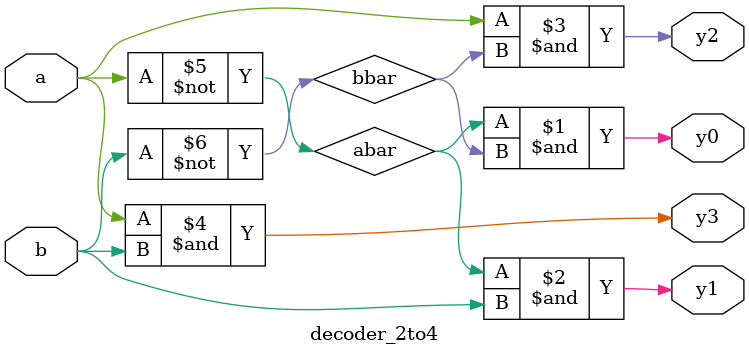
<source format=v>
`timescale 1ns/1ps

module decoder_2to4 (input a,
                     input b,
                     output  y0,
                     output y1,
                     output  y2,
                     output y3);
  
wire abar, bbar;

  not(abar,a);
  not (bbar,b);
  and(y0,abar,bbar);
  and(y1,abar,b);
  and(y2,a,bbar);
  and (y3,a,b);

endmodule

</source>
